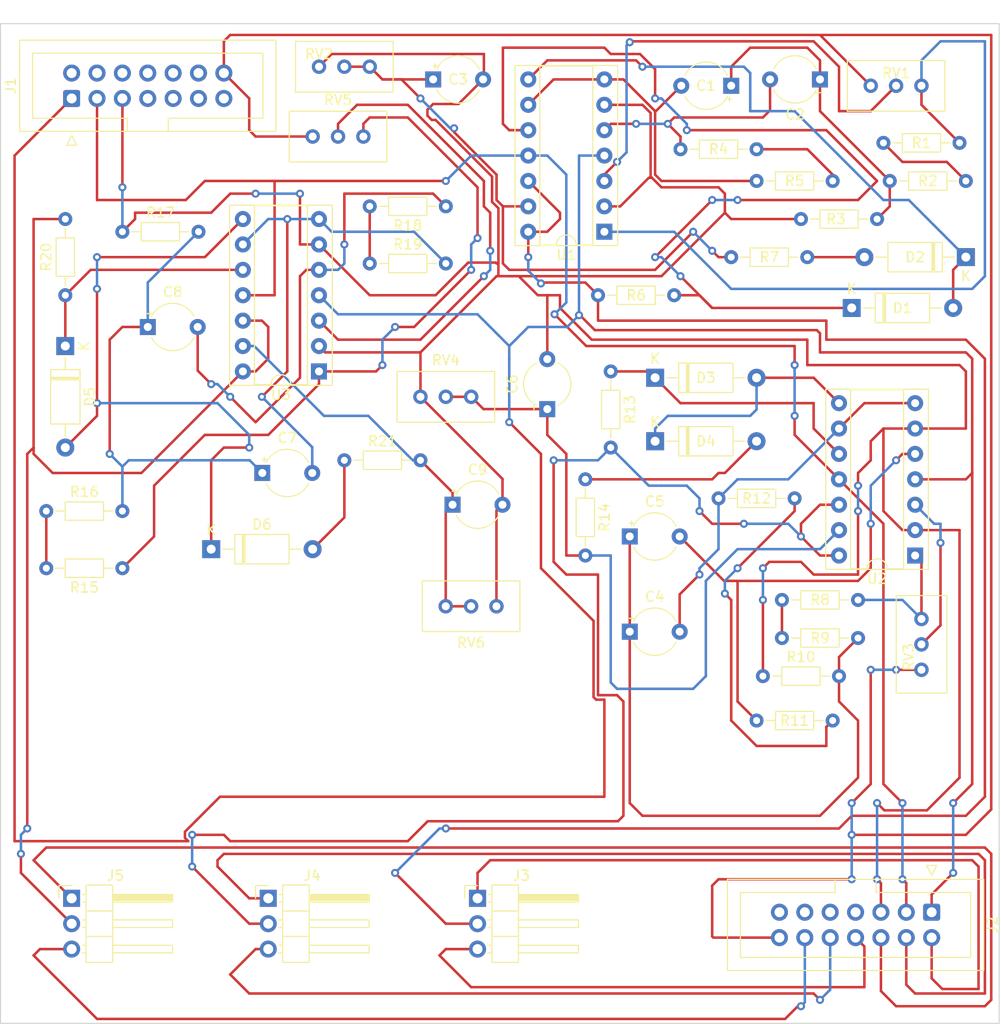
<source format=kicad_pcb>
(kicad_pcb (version 20211014) (generator pcbnew)
  (layers (0 "F.Cu" signal) (31 "B.Cu" signal) (34 "B.Paste" user) (35 "F.Paste" user) (36 "B.SilkS" user "B.Silkscreen") (37 "F.SilkS" user "F.Silkscreen") (38 "B.Mask" user) (39 "F.Mask" user) (44 "Edge.Cuts" user))
  (net 0 "")
  (net 1 "Net-(C1-Pad1)")
  (net 2 "Net-(C1-Pad2)")
  (net 3 "Net-(C2-Pad2)")
  (net 4 "Net-(C3-Pad1)")
  (net 5 "Net-(C3-Pad2)")
  (net 6 "Net-(C4-Pad1)")
  (net 7 "Net-(C5-Pad2)")
  (net 8 "Net-(C6-Pad1)")
  (net 9 "Net-(C7-Pad2)")
  (net 10 "Net-(C8-Pad2)")
  (net 11 "Net-(C9-Pad1)")
  (net 12 "Net-(D1-Pad1)")
  (net 13 "Net-(D1-Pad2)")
  (net 14 "Net-(D2-Pad2)")
  (net 15 "Net-(D3-Pad1)")
  (net 16 "Net-(D3-Pad2)")
  (net 17 "Net-(D4-Pad2)")
  (net 18 "Net-(D5-Pad1)")
  (net 19 "Net-(D5-Pad2)")
  (net 20 "Net-(D6-Pad2)")
  (net 21 "Net-(J1-Pad1)")
  (net 23 "Net-(J1-Pad3)")
  (net 33 "Net-(J1-Pad14)")
  (net 34 "Net-(C4-Pad2)")
  (net 37 "Net-(C7-Pad1)")
  (net 38 "Net-(J3-Pad2)")
  (net 39 "Net-(J2-Pad2)")
  (net 40 "Net-(J2-Pad4)")
  (net 41 "Net-(J4-Pad2)")
  (net 42 "Net-(J2-Pad6)")
  (net 44 "Net-(J2-Pad8)")
  (net 46 "Net-(J5-Pad2)")
  (net 47 "Net-(RV1-Pad2)")
  (net 48 "Net-(RV5-Pad2)")
  (net 49 "Net-(RV3-Pad2)")
  (net 50 "Net-(J2-Pad10)")
  (net 51 "Net-(J2-Pad12)")
  (net 52 "Net-(R1-Pad1)")
  (net 53 "Net-(R1-Pad2)")
  (net 54 "Net-(R4-Pad2)")
  (net 55 "Net-(R8-Pad1)")
  (net 56 "Net-(R8-Pad2)")
  (net 57 "Net-(R11-Pad2)")
  (net 58 "Net-(R15-Pad1)")
  (net 59 "Net-(R15-Pad2)")
  (net 60 "Net-(R18-Pad2)")
  (footprint "Resistor_THT:R_Axial_DIN0204_L3.6mm_D1.6mm_P7.62mm_Horizontal" (layer "F.Cu") (at 219.71 69.85 180)
    (fp_text reference "R5")
    (fp_text value "R")
  )
  (footprint "Potentiometer_THT:Potentiometer_Bourns_3296W_Vertical" (layer "F.Cu") (at 180.965 112.395 180)
    (fp_text reference "RV6")
    (fp_text value "R_Potentiometer_Trim")
  )
  (footprint "Diode_THT:D_A-405_P10.16mm_Horizontal" (layer "F.Cu") (at 221.615 82.55)
    (fp_text reference "D1")
    (fp_text value "DIODE")
  )
  (footprint "Potentiometer_THT:Potentiometer_Bourns_3296W_Vertical" (layer "F.Cu") (at 172.72 65.405)
    (fp_text reference "RV5")
    (fp_text value "R_Potentiometer_Trim")
  )
  (footprint "Capacitor_THT:CP_Radial_Tantal_D4.5mm_P5.00mm" (layer "F.Cu") (at 199.39 114.935)
    (fp_text reference "C4")
    (fp_text value "C_Polarized")
  )
  (footprint "Capacitor_THT:CP_Radial_Tantal_D4.5mm_P5.00mm" (layer "F.Cu") (at 218.44 59.69 180)
    (fp_text reference "C2")
    (fp_text value "C_Polarized")
  )
  (footprint "Diode_THT:D_A-405_P10.16mm_Horizontal" (layer "F.Cu") (at 201.93 95.885)
    (fp_text reference "D4")
    (fp_text value "DIODE")
  )
  (footprint "Capacitor_THT:CP_Radial_Tantal_D4.5mm_P5.00mm" (layer "F.Cu") (at 151.13 84.455)
    (fp_text reference "C8")
    (fp_text value "C_Polarized")
  )
  (footprint "Capacitor_THT:CP_Radial_Tantal_D4.5mm_P5.00mm" (layer "F.Cu") (at 181.65 102.235)
    (fp_text reference "C9")
    (fp_text value "C_Polarized")
  )
  (footprint "Resistor_THT:R_Axial_DIN0204_L3.6mm_D1.6mm_P7.62mm_Horizontal" (layer "F.Cu") (at 204.47 66.675)
    (fp_text reference "R4")
    (fp_text value "R")
  )
  (footprint "Resistor_THT:R_Axial_DIN0204_L3.6mm_D1.6mm_P7.62mm_Horizontal" (layer "F.Cu") (at 215.9 101.6 180)
    (fp_text reference "R12")
    (fp_text value "R")
  )
  (footprint "Resistor_THT:R_Axial_DIN0204_L3.6mm_D1.6mm_P7.62mm_Horizontal" (layer "F.Cu") (at 173.355 78.105)
    (fp_text reference "R19")
    (fp_text value "R")
  )
  (footprint "Resistor_THT:R_Axial_DIN0204_L3.6mm_D1.6mm_P7.62mm_Horizontal" (layer "F.Cu") (at 142.875 81.28 90)
    (fp_text reference "R20")
    (fp_text value "R")
  )
  (footprint "Resistor_THT:R_Axial_DIN0204_L3.6mm_D1.6mm_P7.62mm_Horizontal" (layer "F.Cu") (at 216.535 73.66)
    (fp_text reference "R3")
    (fp_text value "R")
  )
  (footprint "Diode_THT:D_A-405_P10.16mm_Horizontal" (layer "F.Cu") (at 142.875 86.36 -90)
    (fp_text reference "D5")
    (fp_text value "DIODE")
  )
  (footprint "Resistor_THT:R_Axial_DIN0204_L3.6mm_D1.6mm_P7.62mm_Horizontal" (layer "F.Cu") (at 180.975 72.39 180)
    (fp_text reference "R18")
    (fp_text value "R")
  )
  (footprint "Capacitor_THT:CP_Radial_Tantal_D4.5mm_P5.00mm" (layer "F.Cu") (at 162.6 99.06)
    (fp_text reference "C7")
    (fp_text value "C_Polarized")
  )
  (footprint "Diode_THT:D_A-405_P10.16mm_Horizontal" (layer "F.Cu") (at 157.48 106.68)
    (fp_text reference "D6")
    (fp_text value "DIODE")
  )
  (footprint "Capacitor_THT:CP_Radial_Tantal_D4.5mm_P5.00mm" (layer "F.Cu") (at 209.55 60.325 180)
    (fp_text reference "C1")
    (fp_text value "C_Polarized")
  )
  (footprint "Resistor_THT:R_Axial_DIN0204_L3.6mm_D1.6mm_P7.62mm_Horizontal" (layer "F.Cu") (at 194.945 99.695 -90)
    (fp_text reference "R14")
    (fp_text value "R")
  )
  (footprint "Connector_IDC:IDC-Header_2x07_P2.54mm_Vertical" (layer "F.Cu") (at 229.62 142.9975 -90)
    (fp_text reference "J2")
    (fp_text value "Conn_02x07_Odd_Even")
  )
  (footprint "Resistor_THT:R_Axial_DIN0204_L3.6mm_D1.6mm_P7.62mm_Horizontal" (layer "F.Cu") (at 148.59 74.93)
    (fp_text reference "R17")
    (fp_text value "R")
  )
  (footprint "Resistor_THT:R_Axial_DIN0204_L3.6mm_D1.6mm_P7.62mm_Horizontal" (layer "F.Cu") (at 197.485 88.9 -90)
    (fp_text reference "R13")
    (fp_text value "R")
  )
  (footprint "Capacitor_THT:CP_Radial_Tantal_D4.5mm_P5.00mm" (layer "F.Cu") (at 191.135 92.67 90)
    (fp_text reference "C6")
    (fp_text value "C_Polarized")
  )
  (footprint "Resistor_THT:R_Axial_DIN0204_L3.6mm_D1.6mm_P7.62mm_Horizontal" (layer "F.Cu") (at 233.045 69.85 180)
    (fp_text reference "R2")
    (fp_text value "R")
  )
  (footprint "Resistor_THT:R_Axial_DIN0204_L3.6mm_D1.6mm_P7.62mm_Horizontal" (layer "F.Cu") (at 217.17 77.47 180)
    (fp_text reference "R7")
    (fp_text value "R")
  )
  (footprint "Capacitor_THT:CP_Radial_Tantal_D4.5mm_P5.00mm" (layer "F.Cu") (at 179.705 59.69)
    (fp_text reference "C3")
    (fp_text value "C_Polarized")
  )
  (footprint "Resistor_THT:R_Axial_DIN0204_L3.6mm_D1.6mm_P7.62mm_Horizontal" (layer "F.Cu") (at 222.25 111.76 180)
    (fp_text reference "R8")
    (fp_text value "R")
  )
  (footprint "Connector_PinHeader_2.54mm:PinHeader_1x03_P2.54mm_Horizontal" (layer "F.Cu") (at 184.15 141.605)
    (fp_text reference "J3")
    (fp_text value "Conn_01x03_Male")
  )
  (footprint "Connector_IDC:IDC-Header_2x07_P2.54mm_Vertical" (layer "F.Cu") (at 143.51 61.595 90)
    (fp_text reference "J1")
    (fp_text value "Conn_02x07_Odd_Even")
  )
  (footprint "Resistor_THT:R_Axial_DIN0204_L3.6mm_D1.6mm_P7.62mm_Horizontal" (layer "F.Cu") (at 170.815 97.79)
    (fp_text reference "R21")
    (fp_text value "R")
  )
  (footprint "Potentiometer_THT:Potentiometer_Bourns_3296W_Vertical" (layer "F.Cu") (at 228.6 60.325)
    (fp_text reference "RV1")
    (fp_text value "R_Potentiometer_Trim")
  )
  (footprint "Resistor_THT:R_Axial_DIN0204_L3.6mm_D1.6mm_P7.62mm_Horizontal" (layer "F.Cu") (at 148.59 108.585 180)
    (fp_text reference "R15")
    (fp_text value "R")
  )
  (footprint "Diode_THT:D_A-405_P10.16mm_Horizontal" (layer "F.Cu") (at 201.93 89.535)
    (fp_text reference "D3")
    (fp_text value "DIODE")
  )
  (footprint "Package_DIP:DIP-14_W7.62mm_Socket" (layer "F.Cu") (at 168.275 88.9 180)
    (fp_text reference "U3")
    (fp_text value "TL074")
  )
  (footprint "Resistor_THT:R_Axial_DIN0204_L3.6mm_D1.6mm_P7.62mm_Horizontal" (layer "F.Cu") (at 203.835 81.28 180)
    (fp_text reference "R6")
    (fp_text value "R")
  )
  (footprint "Capacitor_THT:CP_Radial_Tantal_D4.5mm_P5.00mm" (layer "F.Cu") (at 199.39 105.41)
    (fp_text reference "C5")
    (fp_text value "C_Polarized")
  )
  (footprint "Package_DIP:DIP-14_W7.62mm_Socket" (layer "F.Cu") (at 196.85 74.93 180)
    (fp_text reference "U1")
    (fp_text value "TL074")
  )
  (footprint "Potentiometer_THT:Potentiometer_Bourns_3296W_Vertical" (layer "F.Cu") (at 228.6 113.665 90)
    (fp_text reference "RV3")
    (fp_text value "R_Potentiometer_Trim")
  )
  (footprint "Package_DIP:DIP-14_W7.62mm_Socket" (layer "F.Cu") (at 227.965 107.315 180)
    (fp_text reference "U2")
    (fp_text value "TL074")
  )
  (footprint "Resistor_THT:R_Axial_DIN0204_L3.6mm_D1.6mm_P7.62mm_Horizontal" (layer "F.Cu") (at 140.97 102.87)
    (fp_text reference "R16")
    (fp_text value "R")
  )
  (footprint "Potentiometer_THT:Potentiometer_Bourns_3296W_Vertical" (layer "F.Cu") (at 173.355 58.42)
    (fp_text reference "RV2")
    (fp_text value "R_Potentiometer_Trim")
  )
  (footprint "Resistor_THT:R_Axial_DIN0204_L3.6mm_D1.6mm_P7.62mm_Horizontal" (layer "F.Cu") (at 232.41 66.04 180)
    (fp_text reference "R1")
    (fp_text value "R")
  )
  (footprint "Potentiometer_THT:Potentiometer_Bourns_3296W_Vertical" (layer "F.Cu") (at 183.515 91.44)
    (fp_text reference "RV4")
    (fp_text value "R_Potentiometer_Trim")
  )
  (footprint "Resistor_THT:R_Axial_DIN0204_L3.6mm_D1.6mm_P7.62mm_Horizontal" (layer "F.Cu") (at 214.63 115.57)
    (fp_text reference "R9")
    (fp_text value "R")
  )
  (footprint "Resistor_THT:R_Axial_DIN0204_L3.6mm_D1.6mm_P7.62mm_Horizontal" (layer "F.Cu") (at 212.09 123.825)
    (fp_text reference "R11")
    (fp_text value "R")
  )
  (footprint "Connector_PinHeader_2.54mm:PinHeader_1x03_P2.54mm_Horizontal" (layer "F.Cu") (at 163.195 141.605)
    (fp_text reference "J4")
    (fp_text value "Conn_01x03_Male")
  )
  (footprint "Diode_THT:D_A-405_P10.16mm_Horizontal" (layer "F.Cu") (at 233.045 77.47 180)
    (fp_text reference "D2")
    (fp_text value "DIODE")
  )
  (footprint "Resistor_THT:R_Axial_DIN0204_L3.6mm_D1.6mm_P7.62mm_Horizontal" (layer "F.Cu") (at 212.725 119.38)
    (fp_text reference "R10")
    (fp_text value "R")
  )
  (footprint "Connector_PinHeader_2.54mm:PinHeader_1x03_P2.54mm_Horizontal" (layer "F.Cu") (at 143.51 141.605)
    (fp_text reference "J5")
    (fp_text value "Conn_01x03_Male")
  )
  (gr_rect (start 236.385 54.115) (end 136.385 154.115) (layer "Edge.Cuts") (width 0.1) (fill none))
  (segment (start 209.55 58.42) (end 211.455 56.515) (width 0.25) (layer "F.Cu") (net 1))
  (segment (start 218.44 62.865) (end 218.44 59.69) (width 0.25) (layer "F.Cu") (net 1))
  (segment (start 225.425 69.85) (end 218.44 62.865) (width 0.25) (layer "F.Cu") (net 1))
  (segment (start 209.55 60.325) (end 209.55 58.42) (width 0.25) (layer "F.Cu") (net 1))
  (segment (start 218.44 57.785) (end 218.44 59.69) (width 0.25) (layer "F.Cu") (net 1))
  (segment (start 225.425 72.39) (end 224.155 73.66) (width 0.25) (layer "F.Cu") (net 1))
  (segment (start 225.425 69.85) (end 225.425 72.39) (width 0.25) (layer "F.Cu") (net 1))
  (segment (start 211.455 56.515) (end 217.17 56.515) (width 0.25) (layer "F.Cu") (net 1))
  (segment (start 217.17 56.515) (end 218.44 57.785) (width 0.25) (layer "F.Cu") (net 1))
  (segment (start 201.93 62.865) (end 201.93 62.863604) (width 0.25) (layer "F.Cu") (net 2))
  (segment (start 198.756396 59.69) (end 196.85 59.69) (width 0.25) (layer "F.Cu") (net 2))
  (segment (start 204.55 60.325) (end 201.93 62.945) (width 0.25) (layer "F.Cu") (net 2))
  (segment (start 196.85 59.69) (end 191.77 59.69) (width 0.25) (layer "F.Cu") (net 2))
  (segment (start 201.93 62.945) (end 201.93 69.215) (width 0.25) (layer "F.Cu") (net 2))
  (segment (start 191.77 59.69) (end 189.23 62.23) (width 0.25) (layer "F.Cu") (net 2))
  (segment (start 201.93 69.215) (end 202.565 69.85) (width 0.25) (layer "F.Cu") (net 2))
  (segment (start 201.93 62.863604) (end 198.756396 59.69) (width 0.25) (layer "F.Cu") (net 2))
  (segment (start 202.565 69.85) (end 212.09 69.85) (width 0.25) (layer "F.Cu") (net 2))
  (segment (start 200.025 64.135) (end 197.485 64.135) (width 0.25) (layer "F.Cu") (net 3))
  (segment (start 203.2 64.135) (end 204.47 65.405) (width 0.25) (layer "F.Cu") (net 3))
  (segment (start 197.485 64.135) (end 196.85 64.77) (width 0.25) (layer "F.Cu") (net 3))
  (segment (start 203.835 63.5) (end 212.725 63.5) (width 0.25) (layer "F.Cu") (net 3))
  (segment (start 204.47 65.405) (end 204.47 66.675) (width 0.25) (layer "F.Cu") (net 3))
  (segment (start 203.2 64.135) (end 203.835 63.5) (width 0.25) (layer "F.Cu") (net 3))
  (segment (start 213.44 62.785) (end 213.44 59.69) (width 0.25) (layer "F.Cu") (net 3))
  (segment (start 212.725 63.5) (end 213.44 62.785) (width 0.25) (layer "F.Cu") (net 3))
  (via (at 200.025 64.135) (size 0.8) (drill 0.4) (layers "F.Cu" "B.Cu") (net 3))
  (via (at 203.2 64.135) (size 0.8) (drill 0.4) (layers "F.Cu" "B.Cu") (net 3))
  (segment (start 203.2 64.135) (end 200.025 64.135) (width 0.25) (layer "B.Cu") (net 3))
  (segment (start 170.815 58.42) (end 173.355 58.42) (width 0.25) (layer "F.Cu") (net 4))
  (segment (start 182.88 66.04) (end 182.88 66.05) (width 0.25) (layer "F.Cu") (net 4))
  (segment (start 208.28 77.47) (end 209.55 77.47) (width 0.25) (layer "F.Cu") (net 4))
  (segment (start 187.325 78.74) (end 201.93 78.74) (width 0.25) (layer "F.Cu") (net 4))
  (segment (start 186.055 69.225) (end 186.055 71.755) (width 0.25) (layer "F.Cu") (net 4))
  (segment (start 186.055 71.755) (end 186.69 72.39) (width 0.25) (layer "F.Cu") (net 4))
  (segment (start 186.69 72.39) (end 189.23 72.39) (width 0.25) (layer "F.Cu") (net 4))
  (segment (start 179.705 59.69) (end 174.625 59.69) (width 0.25) (layer "F.Cu") (net 4))
  (segment (start 181.804102 64.575898) (end 181.804102 64.964102) (width 0.25) (layer "F.Cu") (net 4))
  (segment (start 186.69 78.105) (end 187.325 78.74) (width 0.25) (layer "F.Cu") (net 4))
  (segment (start 207.645 76.835) (end 208.28 77.47) (width 0.25) (layer "F.Cu") (net 4))
  (segment (start 174.625 59.69) (end 173.355 58.42) (width 0.25) (layer "F.Cu") (net 4))
  (segment (start 174.625 59.69) (end 176.53 59.69) (width 0.25) (layer "F.Cu") (net 4))
  (segment (start 201.93 78.74) (end 205.74 74.93) (width 0.25) (layer "F.Cu") (net 4))
  (segment (start 176.53 59.69) (end 178.435 61.595) (width 0.25) (layer "F.Cu") (net 4))
  (segment (start 182.88 66.05) (end 186.055 69.225) (width 0.25) (layer "F.Cu") (net 4))
  (segment (start 181.804102 64.964102) (end 182.88 66.04) (width 0.25) (layer "F.Cu") (net 4))
  (segment (start 186.69 72.39) (end 186.69 78.105) (width 0.25) (layer "F.Cu") (net 4))
  (via (at 207.645 76.835) (size 0.8) (drill 0.4) (layers "F.Cu" "B.Cu") (net 4))
  (via (at 178.435 61.595) (size 0.8) (drill 0.4) (layers "F.Cu" "B.Cu") (net 4))
  (via (at 205.74 74.93) (size 0.8) (drill 0.4) (layers "F.Cu" "B.Cu") (net 4))
  (via (at 181.804102 64.575898) (size 0.8) (drill 0.4) (layers "F.Cu" "B.Cu") (net 4))
  (segment (start 181.804102 64.575898) (end 181.415898 64.575898) (width 0.25) (layer "B.Cu") (net 4))
  (segment (start 205.74 74.93) (end 207.645 76.835) (width 0.25) (layer "B.Cu") (net 4))
  (segment (start 181.415898 64.575898) (end 178.435 61.595) (width 0.25) (layer "B.Cu") (net 4))
  (segment (start 149.86 73.66) (end 148.59 74.93) (width 0.25) (layer "F.Cu") (net 5))
  (segment (start 201.611802 69.533198) (end 202.563604 70.485) (width 0.25) (layer "F.Cu") (net 5))
  (segment (start 222.25 99.06) (end 223.52 97.79) (width 0.25) (layer "F.Cu") (net 5))
  (segment (start 169.545 57.15) (end 184.785 57.15) (width 0.25) (layer "F.Cu") (net 5))
  (segment (start 168.275 76.2) (end 173.355 81.28) (width 0.25) (layer "F.Cu") (net 5))
  (segment (start 212.725 119.38) (end 212.725 111.76) (width 0.25) (layer "F.Cu") (net 5))
  (segment (start 185.965 78.015) (end 186.055 78.105) (width 0.25) (layer "F.Cu") (net 5))
  (segment (start 208.915 71.12) (end 208.915 73.025) (width 0.25) (layer "F.Cu") (net 5))
  (segment (start 186.426396 79.375) (end 187.325 79.375) (width 0.25) (layer "F.Cu") (net 5))
  (segment (start 192.405 81.28) (end 192.405 82.55) (width 0.25) (layer "F.Cu") (net 5))
  (segment (start 222.248604 109.22) (end 222.25 109.218604) (width 0.25) (layer "F.Cu") (net 5))
  (segment (start 217.17 85.725) (end 195.58 85.725) (width 0.25) (layer "F.Cu") (net 5))
  (segment (start 187.325 79.375) (end 202.565 79.375) (width 0.25) (layer "F.Cu") (net 5))
  (segment (start 227.965 94.615) (end 224.79 94.615) (width 0.25) (layer "F.Cu") (net 5))
  (segment (start 182.245 62.15) (end 179.704293 62.15) (width 0.25) (layer "F.Cu") (net 5))
  (segment (start 148.59 61.595) (end 148.59 69.85) (width 0.25) (layer "F.Cu") (net 5))
  (segment (start 186.65 102.235) (end 186.65 99.655) (width 0.25) (layer "F.Cu") (net 5))
  (segment (start 179.134799 63.320104) (end 179.559494 63.744799) (width 0.25) (layer "F.Cu") (net 5))
  (segment (start 224.54 142.9975) (end 224.54 140.085) (width 0.25) (layer "F.Cu") (net 5))
  (segment (start 223.52 95.885) (end 224.79 94.615) (width 0.25) (layer "F.Cu") (net 5))
  (segment (start 216.535 107.95) (end 217.805 109.22) (width 0.25) (layer "F.Cu") (net 5))
  (segment (start 196.85 72.39) (end 198.4375 72.39) (width 0.25) (layer "F.Cu") (net 5))
  (segment (start 198.4375 72.39) (end 201.294302 69.533198) (width 0.25) (layer "F.Cu") (net 5))
  (segment (start 178.435 86.995) (end 186.055 79.375) (width 0.25) (layer "F.Cu") (net 5))
  (segment (start 201.48 69.401396) (end 201.611802 69.533198) (width 0.25) (layer "F.Cu") (net 5))
  (segment (start 168.275 86.36) (end 168.91 86.995) (width 0.25) (layer "F.Cu") (net 5))
  (segment (start 233.045 94.615) (end 227.965 94.615) (width 0.25) (layer "F.Cu") (net 5))
  (segment (start 168.275 76.2) (end 166.37 76.2) (width 0.25) (layer "F.Cu") (net 5))
  (segment (start 166.37 76.2) (end 166.37 71.12) (width 0.25) (layer "F.Cu") (net 5))
  (segment (start 179.949695 81.28) (end 183.214695 78.015) (width 0.25) (layer "F.Cu") (net 5))
  (segment (start 216.535 73.66) (end 209.55 73.66) (width 0.25) (layer "F.Cu") (net 5))
  (segment (start 224.54 140.085) (end 224.155 139.7) (width 0.25) (layer "F.Cu") (net 5))
  (segment (start 179.134799 62.719494) (end 179.134799 63.320104) (width 0.25) (layer "F.Cu") (net 5))
  (segment (start 185.605 71.941396) (end 186.24 72.576396) (width 0.25) (layer "F.Cu") (net 5))
  (segment (start 185.605 69.411396) (end 185.605 71.941396) (width 0.25) (layer "F.Cu") (net 5))
  (segment (start 173.355 81.28) (end 179.949695 81.28) (width 0.25) (layer "F.Cu") (net 5))
  (segment (start 209.55 73.66) (end 208.915 73.025) (width 0.25) (layer "F.Cu") (net 5))
  (segment (start 161.925 71.12) (end 159.385 71.12) (width 0.25) (layer "F.Cu") (net 5))
  (segment (start 182.43 66.236396) (end 185.605 69.411396) (width 0.25) (layer "F.Cu") (net 5))
  (segment (start 168.91 86.995) (end 178.435 86.995) (width 0.25) (layer "F.Cu") (net 5))
  (segment (start 186.65 99.655) (end 178.435 91.44) (width 0.25) (layer "F.Cu") (net 5))
  (segment (start 191.135 87.67) (end 191.135 81.28) (width 0.25) (layer "F.Cu") (net 5))
  (segment (start 184.705 59.69) (end 182.245 62.15) (width 0.25) (layer "F.Cu") (net 5))
  (segment (start 196.85 62.23) (end 196.855 62.235) (width 0.25) (layer "F.Cu") (net 5))
  (segment (start 201.48 63.05) (end 201.48 69.401396) (width 0.25) (layer "F.Cu") (net 5))
  (segment (start 226.695 104.775) (end 227.965 104.775) (width 0.25) (layer "F.Cu") (net 5))
  (segment (start 222.25 109.218604) (end 222.25 102.87) (width 0.25) (layer "F.Cu") (net 5))
  (segment (start 233.045 88.9) (end 233.045 94.615) (width 0.25) (layer "F.Cu") (net 5))
  (segment (start 229.145 132.805) (end 232.41 129.54) (width 0.25) (layer "F.Cu") (net 5))
  (segment (start 179.704293 62.15) (end 179.134799 62.719494) (width 0.25) (layer "F.Cu") (net 5))
  (segment (start 182.43 66.226396) (end 182.43 66.236396) (width 0.25) (layer "F.Cu") (net 5))
  (segment (start 232.41 129.54) (end 232.41 104.775) (width 0.25) (layer "F.Cu") (net 5))
  (segment (start 200.655 62.235) (end 200.66 62.23) (width 0.25) (layer "F.Cu") (net 5))
  (segment (start 178.435 91.44) (end 178.435 86.995) (width 0.25) (layer "F.Cu") (net 5))
  (segment (start 148.59 69.85) (end 148.59 70.485) (width 0.25) (layer "F.Cu") (net 5))
  (segment (start 202.563604 70.485) (end 208.28 70.485) (width 0.25) (layer "F.Cu") (net 5))
  (segment (start 183.214695 78.015) (end 185.965 78.015) (width 0.25) (layer "F.Cu") (net 5))
  (segment (start 222.25 100.33) (end 222.25 99.06) (width 0.25) (layer "F.Cu") (net 5))
  (segment (start 223.52 97.79) (end 223.52 95.885) (width 0.25) (layer "F.Cu") (net 5))
  (segment (start 184.785 57.15) (end 184.785 59.61) (width 0.25) (layer "F.Cu") (net 5))
  (segment (start 186.055 79.375) (end 186.69 79.375) (width 0.25) (layer "F.Cu") (net 5))
  (segment (start 190.1825 81.28) (end 192.405 81.28) (width 0.25) (layer "F.Cu") (net 5))
  (segment (start 196.855 62.235) (end 200.655 62.235) (width 0.25) (layer "F.Cu") (net 5))
  (segment (start 192.405 82.55) (end 195.58 85.725) (width 0.25) (layer "F.Cu") (net 5))
  (segment (start 232.41 104.775) (end 227.965 104.775) (width 0.25) (layer "F.Cu") (net 5))
  (segment (start 200.66 62.23) (end 201.48 63.05) (width 0.25) (layer "F.Cu") (net 5))
  (segment (start 159.385 71.12) (end 157.48 73.025) (width 0.25) (layer "F.Cu") (net 5))
  (segment (start 224.155 132.08) (end 224.88 132.805) (width 0.25) (layer "F.Cu") (net 5))
  (segment (start 186.045 102.84) (end 186.65 102.235) (width 0.25) (layer "F.Cu") (net 5))
  (segment (start 186.24 72.576396) (end 186.24 79.375) (width 0.25) (layer "F.Cu") (net 5))
  (segment (start 213.36 107.95) (end 216.535 107.95) (width 0.25) (layer "F.Cu") (net 5))
  (segment (start 201.294302 69.533198) (end 201.611802 69.533198) (width 0.25) (layer "F.Cu") (net 5))
  (segment (start 212.725 108.585) (end 213.36 107.95) (width 0.25) (layer "F.Cu") (net 5))
  (segment (start 202.565 79.375) (end 208.915 73.025) (width 0.25) (layer "F.Cu") (net 5))
  (segment (start 217.17 88.265) (end 232.41 88.265) (width 0.25) (layer "F.Cu") (net 5))
  (segment (start 217.17 88.265) (end 217.17 85.725) (width 0.25) (layer "F.Cu") (net 5))
  (segment (start 188.2775 79.375) (end 190.1825 81.28) (width 0.25) (layer "F.Cu") (net 5))
  (segment (start 187.325 79.375) (end 188.2775 79.375) (width 0.25) (layer "F.Cu") (net 5))
  (segment (start 208.28 70.485) (end 208.915 71.12) (width 0.25) (layer "F.Cu") (net 5))
  (segment (start 168.275 58.42) (end 169.545 57.15) (width 0.25) (layer "F.Cu") (net 5))
  (segment (start 224.79 102.87) (end 226.695 104.775) (width 0.25) (layer "F.Cu") (net 5))
  (segment (start 232.41 88.265) (end 233.045 88.9) (width 0.25) (layer "F.Cu") (net 5))
  (segment (start 224.88 132.805) (end 229.145 132.805) (width 0.25) (layer "F.Cu") (net 5))
  (segment (start 149.86 73.025) (end 149.86 73.66) (width 0.25) (layer "F.Cu") (net 5))
  (segment (start 184.785 59.61) (end 184.705 59.69) (width 0.25) (layer "F.Cu") (net 5))
  (segment (start 179.559494 63.744799) (end 179.948403 63.744799) (width 0.25) (layer "F.Cu") (net 5))
  (segment (start 224.79 94.615) (end 224.79 102.87) (width 0.25) (layer "F.Cu") (net 5))
  (segment (start 217.805 109.22) (end 222.248604 109.22) (width 0.25) (layer "F.Cu") (net 5))
  (segment (start 157.48 73.025) (end 149.86 73.025) (width 0.25) (layer "F.Cu") (net 5))
  (segment (start 186.045 112.395) (end 186.045 102.84) (width 0.25) (layer "F.Cu") (net 5))
  (segment (start 179.948403 63.744799) (end 182.43 66.226396) (width 0.25) (layer "F.Cu") (net 5))
  (via (at 212.725 111.76) (size 0.8) (drill 0.4) (layers "F.Cu" "B.Cu") (net 5))
  (via (at 161.925 71.12) (size 0.8) (drill 0.4) (layers "F.Cu" "B.Cu") (net 5))
  (via (at 148.59 70.485) (size 0.8) (drill 0.4) (layers "F.Cu" "B.Cu") (net 5))
  (via (at 212.725 108.585) (size 0.8) (drill 0.4) (layers "F.Cu" "B.Cu") (net 5))
  (via (at 222.25 100.33) (size 0.8) (drill 0.4) (layers "F.Cu" "B.Cu") (net 5))
  (via (at 224.155 132.08) (size 0.8) (drill 0.4) (layers "F.Cu" "B.Cu") (net 5))
  (via (at 222.25 102.87) (size 0.8) (drill 0.4) (layers "F.Cu" "B.Cu") (net 5))
  (via (at 224.155 139.7) (size 0.8) (drill 0.4) (layers "F.Cu" "B.Cu") (net 5))
  (via (at 166.37 71.12) (size 0.8) (drill 0.4) (layers "F.Cu" "B.Cu") (net 5))
  (segment (start 148.59 70.485) (end 148.59 74.93) (width 0.25) (layer "B.Cu") (net 5))
  (segment (start 212.725 111.76) (end 212.725 108.585) (width 0.25) (layer "B.Cu") (net 5))
  (segment (start 166.37 71.12) (end 161.925 71.12) (width 0.25) (layer "B.Cu") (net 5))
  (segment (start 224.155 139.7) (end 224.155 132.08) (width 0.25) (layer "B.Cu") (net 5))
  (segment (start 222.25 102.87) (end 222.25 100.33) (width 0.25) (layer "B.Cu") (net 5))
  (segment (start 220.345 119.38) (end 220.345 117.475) (width 0.25) (layer "F.Cu") (net 6))
  (segment (start 200.66 133.35) (end 218.44 133.35) (width 0.25) (layer "F.Cu") (net 6))
  (segment (start 199.39 105.41) (end 199.39 114.935) (width 0.25) (layer "F.Cu") (net 6))
  (segment (start 218.44 133.35) (end 222.25 129.54) (width 0.25) (layer "F.Cu") (net 6))
  (segment (start 220.345 117.475) (end 222.25 115.57) (width 0.25) (layer "F.Cu") (net 6))
  (segment (start 222.25 123.825) (end 220.345 121.92) (width 0.25) (layer "F.Cu") (net 6))
  (segment (start 199.39 132.08) (end 200.66 133.35) (width 0.25) (layer "F.Cu") (net 6))
  (segment (start 222.25 129.54) (end 222.25 123.825) (width 0.25) (layer "F.Cu") (net 6))
  (segment (start 199.39 114.935) (end 199.39 132.08) (width 0.25) (layer "F.Cu") (net 6))
  (segment (start 220.345 121.92) (end 220.345 119.38) (width 0.25) (layer "F.Cu") (net 6))
  (segment (start 223.52 108.585) (end 222.25 109.855) (width 0.25) (layer "F.Cu") (net 7))
  (segment (start 226.695 97.155) (end 226.06 97.79) (width 0.25) (layer "F.Cu") (net 7))
  (segment (start 210.185 121.92) (end 210.185 109.855) (width 0.25) (layer "F.Cu") (net 7))
  (segment (start 212.09 123.825) (end 210.185 121.92) (width 0.25) (layer "F.Cu") (net 7))
  (segment (start 223.52 104.14) (end 223.52 108.585) (width 0.25) (layer "F.Cu") (net 7))
  (segment (start 210.185 109.855) (end 208.915 109.855) (width 0.25) (layer "F.Cu") (net 7))
  (segment (start 208.835 109.855) (end 204.39 105.41) (width 0.25) (layer "F.Cu") (net 7))
  (segment (start 222.25 109.855) (end 208.835 109.855) (width 0.25) (layer "F.Cu") (net 7))
  (segment (start 227.965 97.155) (end 226.695 97.155) (width 0.25) (layer "F.Cu") (net 7))
  (via (at 223.52 104.14) (size 0.8) (drill 0.4) (layers "F.Cu" "B.Cu") (net 7))
  (via (at 226.06 97.79) (size 0.8) (drill 0.4) (layers "F.Cu" "B.Cu") (net 7))
  (segment (start 223.52 100.33) (end 226.06 97.79) (width 0.25) (layer "B.Cu") (net 7))
  (segment (start 223.52 104.14) (end 223.52 100.33) (width 0.25) (layer "B.Cu") (net 7))
  (segment (start 191.135 95.25) (end 193.04 97.155) (width 0.25) (layer "F.Cu") (net 8))
  (segment (start 193.04 97.155) (end 193.04 107.315) (width 0.25) (layer "F.Cu") (net 8))
  (segment (start 191.135 92.67) (end 184.745 92.67) (width 0.25) (layer "F.Cu") (net 8))
  (segment (start 184.745 92.67) (end 183.515 91.44) (width 0.25) (layer "F.Cu") (net 8))
  (segment (start 183.515 91.44) (end 180.975 91.44) (width 0.25) (layer "F.Cu") (net 8))
  (segment (start 191.135 92.67) (end 191.135 95.25) (width 0.25) (layer "F.Cu") (net 8))
  (segment (start 193.04 107.315) (end 194.945 107.315) (width 0.25) (layer "F.Cu") (net 8))
  (segment (start 218.44 106.68) (end 210.185 106.68) (width 0.25) (layer "B.Cu") (net 8))
  (segment (start 205.74 120.65) (end 198.12 120.65) (width 0.25) (layer "B.Cu") (net 8))
  (segment (start 220.345 104.775) (end 218.44 106.68) (width 0.25) (layer "B.Cu") (net 8))
  (segment (start 197.485 107.315) (end 194.945 107.315) (width 0.25) (layer "B.Cu") (net 8))
  (segment (start 207.01 109.855) (end 207.01 119.38) (width 0.25) (layer "B.Cu") (net 8))
  (segment (start 207.01 119.38) (end 205.74 120.65) (width 0.25) (layer "B.Cu") (net 8))
  (segment (start 198.12 120.65) (end 197.485 120.015) (width 0.25) (layer "B.Cu") (net 8))
  (segment (start 210.185 106.68) (end 207.01 109.855) (width 0.25) (layer "B.Cu") (net 8))
  (segment (start 197.485 120.015) (end 197.485 107.315) (width 0.25) (layer "B.Cu") (net 8))
  (segment (start 165.1 88.9) (end 162.56 91.44) (width 0.25) (layer "F.Cu") (net 9))
  (segment (start 165.1 73.66) (end 165.1 88.9) (width 0.25) (layer "F.Cu") (net 9))
  (via (at 162.56 91.44) (size 0.8) (drill 0.4) (layers "F.Cu" "B.Cu") (net 9))
  (via (at 165.1 73.66) (size 0.8) (drill 0.4) (layers "F.Cu" "B.Cu") (net 9))
  (segment (start 168.275 73.66) (end 165.1 73.66) (width 0.25) (layer "B.Cu") (net 9))
  (segment (start 169.545 74.93) (end 168.275 73.66) (width 0.25) (layer "B.Cu") (net 9))
  (segment (start 180.975 78.105) (end 177.8 74.93) (width 0.25) (layer "B.Cu") (net 9))
  (segment (start 162.56 91.44) (end 167.6 96.48) (width 0.25) (layer "B.Cu") (net 9))
  (segment (start 163.195 73.66) (end 160.655 76.2) (width 0.25) (layer "B.Cu") (net 9))
  (segment (start 165.1 73.66) (end 163.195 73.66) (width 0.25) (layer "B.Cu") (net 9))
  (segment (start 177.8 74.93) (end 169.545 74.93) (width 0.25) (layer "B.Cu") (net 9))
  (segment (start 167.6 96.48) (end 167.6 99.06) (width 0.25) (layer "B.Cu") (net 9))
  (segment (start 156.13 88.82) (end 156.13 84.455) (width 0.25) (layer "F.Cu") (net 10))
  (segment (start 166.37 79.375) (end 166.37 89.535) (width 0.25) (layer "F.Cu") (net 10))
  (segment (start 161.925 93.98) (end 159.385 91.44) (width 0.25) (layer "F.Cu") (net 10))
  (segment (start 168.275 78.74) (end 167.005 78.74) (width 0.25) (layer "F.Cu") (net 10))
  (segment (start 179.705 71.12) (end 170.815 71.12) (width 0.25) (layer "F.Cu") (net 10))
  (segment (start 157.48 90.17) (end 156.13 88.82) (width 0.25) (layer "F.Cu") (net 10))
  (segment (start 166.37 89.535) (end 161.925 93.98) (width 0.25) (layer "F.Cu") (net 10))
  (segment (start 170.815 71.12) (end 170.815 76.2) (width 0.25) (layer "F.Cu") (net 10))
  (segment (start 167.005 78.74) (end 166.37 79.375) (width 0.25) (layer "F.Cu") (net 10))
  (segment (start 180.975 72.39) (end 179.705 71.12) (width 0.25) (layer "F.Cu") (net 10))
  (via (at 157.48 90.17) (size 0.8) (drill 0.4) (layers "F.Cu" "B.Cu") (net 10))
  (via (at 170.815 76.2) (size 0.8) (drill 0.4) (layers "F.Cu" "B.Cu") (net 10))
  (via (at 159.385 91.44) (size 0.8) (drill 0.4) (layers "F.Cu" "B.Cu") (net 10))
  (segment (start 159.385 91.44) (end 158.115 90.17) (width 0.25) (layer "B.Cu") (net 10))
  (segment (start 170.18 78.74) (end 168.275 78.74) (width 0.25) (layer "B.Cu") (net 10))
  (segment (start 158.115 90.17) (end 157.48 90.17) (width 0.25) (layer "B.Cu") (net 10))
  (segment (start 170.815 76.2) (end 170.815 78.105) (width 0.25) (layer "B.Cu") (net 10))
  (segment (start 170.815 78.105) (end 170.18 78.74) (width 0.25) (layer "B.Cu") (net 10))
  (segment (start 181.65 102.235) (end 181.65 101.005) (width 0.25) (layer "F.Cu") (net 11))
  (segment (start 180.965 102.92) (end 181.65 102.235) (width 0.25) (layer "F.Cu") (net 11))
  (segment (start 180.965 112.395) (end 180.965 102.92) (width 0.25) (layer "F.Cu") (net 11))
  (segment (start 181.65 101.005) (end 178.435 97.79) (width 0.25) (layer "F.Cu") (net 11))
  (segment (start 180.965 112.395) (end 183.505 112.395) (width 0.25) (layer "F.Cu") (net 11))
  (segment (start 177.66137 97.79) (end 178.435 97.79) (width 0.25) (layer "B.Cu") (net 11))
  (segment (start 168.77137 93.345) (end 173.21637 93.345) (width 0.25) (layer "B.Cu") (net 11))
  (segment (start 160.655 86.36) (end 161.78637 86.36) (width 0.25) (layer "B.Cu") (net 11))
  (segment (start 173.21637 93.345) (end 177.66137 97.79) (width 0.25) (layer "B.Cu") (net 11))
  (segment (start 161.78637 86.36) (end 168.77137 93.345) (width 0.25) (layer "B.Cu") (net 11))
  (segment (start 197.485 57.15) (end 196.85 56.515) (width 0.25) (layer "F.Cu") (net 12))
  (segment (start 222.25 71.755) (end 210.185 71.755) (width 0.25) (layer "F.Cu") (net 12))
  (segment (start 224.155 69.85) (end 222.25 71.755) (width 0.25) (layer "F.Cu") (net 12))
  (segment (start 201.93 77.47) (end 207.645 71.755) (width 0.25) (layer "F.Cu") (net 12))
  (segment (start 186.69 56.515) (end 186.69 64.135) (width 0.25) (layer "F.Cu") (net 12))
  (segment (start 187.325 64.77) (end 189.23 64.77) (width 0.25) (layer "F.Cu") (net 12))
  (segment (start 201.93 61.595) (end 201.93 58.664695) (width 0.25) (layer "F.Cu") (net 12))
  (segment (start 219.075 64.77) (end 224.155 69.85) (width 0.25) (layer "F.Cu") (net 12))
  (segment (start 205.105 64.77) (end 219.075 64.77) (width 0.25) (layer "F.Cu") (net 12))
  (segment (start 207.645 82.55) (end 204.47 79.375) (width 0.25) (layer "F.Cu") (net 12))
  (segment (start 200.415305 57.15) (end 197.485 57.15) (width 0.25) (layer "F.Cu") (net 12))
  (segment (start 201.93 58.664695) (end 200.415305 57.15) (width 0.25) (layer "F.Cu") (net 12))
  (segment (start 221.615 82.55) (end 207.645 82.55) (width 0.25) (layer "F.Cu") (net 12))
  (segment (start 186.69 64.135) (end 187.325 64.77) (width 0.25) (layer "F.Cu") (net 12))
  (segment (start 207.645 82.55) (end 206.375 81.28) (width 0.25) (layer "F.Cu") (net 12))
  (segment (start 206.375 81.28) (end 203.835 81.28) (width 0.25) (layer "F.Cu") (net 12))
  (segment (start 196.85 56.515) (end 186.69 56.515) (width 0.25) (layer "F.Cu") (net 12))
  (via (at 210.185 71.755) (size 0.8) (drill 0.4) (layers "F.Cu" "B.Cu") (net 12))
  (via (at 207.645 71.755) (size 0.8) (drill 0.4) (layers "F.Cu" "B.Cu") (net 12))
  (via (at 201.93 61.595) (size 0.8) (drill 0.4) (layers "F.Cu" "B.Cu") (net 12))
  (via (at 201.93 77.47) (size 0.8) (drill 0.4) (layers "F.Cu" "B.Cu") (net 12))
  (via (at 204.47 79.375) (size 0.8) (drill 0.4) (layers "F.Cu" "B.Cu") (net 12))
  (via (at 205.105 64.77) (size 0.8) (drill 0.4) (layers "F.Cu" "B.Cu") (net 12))
  (segment (start 205.105 64.77) (end 205.105 64.135) (width 0.25) (layer "B.Cu") (net 12))
  (segment (start 207.645 71.755) (end 210.185 71.755) (width 0.25) (layer "B.Cu") (net 12))
  (segment (start 202.565 61.595) (end 201.93 61.595) (width 0.25) (layer "B.Cu") (net 12))
  (segment (start 204.47 79.375) (end 202.565 77.47) (width 0.25) (layer "B.Cu") (net 12))
  (segment (start 202.565 77.47) (end 201.93 77.47) (width 0.25) (layer "B.Cu") (net 12))
  (segment (start 205.105 64.135) (end 202.565 61.595) (width 0.25) (layer "B.Cu") (net 12))
  (segment (start 233.045 77.47) (end 231.775 78.74) (width 0.25) (layer "F.Cu") (net 13))
  (segment (start 200.025 57.785) (end 200.66 58.42) (width 0.25) (layer "F.Cu") (net 13))
  (segment (start 189.23 59.69) (end 191.135 57.785) (width 0.25) (layer "F.Cu") (net 13))
  (segment (start 231.775 78.74) (end 231.775 82.55) (width 0.25) (layer "F.Cu") (net 13))
  (segment (start 191.135 57.785) (end 200.025 57.785) (width 0.25) (layer "F.Cu") (net 13))
  (via (at 200.66 58.42) (size 0.8) (drill 0.4) (layers "F.Cu" "B.Cu") (net 13))
  (segment (start 211.455 62.865) (end 215.9 62.865) (width 0.25) (layer "B.Cu") (net 13))
  (segment (start 227.33 71.755) (end 233.045 77.47) (width 0.25) (layer "B.Cu") (net 13))
  (segment (start 211.455 59.055) (end 211.455 62.865) (width 0.25) (layer "B.Cu") (net 13))
  (segment (start 210.82 58.42) (end 211.455 59.055) (width 0.25) (layer "B.Cu") (net 13))
  (segment (start 215.9 62.865) (end 224.79 71.755) (width 0.25) (layer "B.Cu") (net 13))
  (segment (start 224.79 71.755) (end 227.33 71.755) (width 0.25) (layer "B.Cu") (net 13))
  (segment (start 200.66 58.42) (end 210.82 58.42) (width 0.25) (layer "B.Cu") (net 13))
  (segment (start 217.17 77.47) (end 222.885 77.47) (width 0.25) (layer "F.Cu") (net 14))
  (segment (start 217.805 92.075) (end 217.805 94.615) (width 0.25) (layer "F.Cu") (net 15))
  (segment (start 197.485 88.9) (end 201.295 88.9) (width 0.25) (layer "F.Cu") (net 15))
  (segment (start 201.93 89.535) (end 204.47 92.075) (width 0.25) (layer "F.Cu") (net 15))
  (segment (start 201.295 88.9) (end 201.93 89.535) (width 0.25) (layer "F.Cu") (net 15))
  (segment (start 217.805 94.615) (end 220.345 97.155) (width 0.25) (layer "F.Cu") (net 15))
  (segment (start 204.47 92.075) (end 217.805 92.075) (width 0.25) (layer "F.Cu") (net 15))
  (segment (start 212.09 89.535) (end 217.805 89.535) (width 0.25) (layer "F.Cu") (net 16))
  (segment (start 217.805 89.535) (end 220.345 92.075) (width 0.25) (layer "F.Cu") (net 16))
  (segment (start 203.2 93.345) (end 201.93 94.615) (width 0.25) (layer "B.Cu") (net 16))
  (segment (start 212.09 89.535) (end 212.09 92.71) (width 0.25) (layer "B.Cu") (net 16))
  (segment (start 211.455 93.345) (end 203.2 93.345) (width 0.25) (layer "B.Cu") (net 16))
  (segment (start 201.93 94.615) (end 201.93 95.885) (width 0.25) (layer "B.Cu") (net 16))
  (segment (start 212.09 92.71) (end 211.455 93.345) (width 0.25) (layer "B.Cu") (net 16))
  (segment (start 207.645 99.695) (end 208.28 99.06) (width 0.25) (layer "F.Cu") (net 17))
  (segment (start 208.28 99.06) (end 208.915 99.06) (width 0.25) (layer "F.Cu") (net 17))
  (segment (start 194.945 99.695) (end 207.645 99.695) (width 0.25) (layer "F.Cu") (net 17))
  (segment (start 208.915 99.06) (end 212.09 95.885) (width 0.25) (layer "F.Cu") (net 17))
  (segment (start 145.415 78.74) (end 160.655 78.74) (width 0.25) (layer "F.Cu") (net 18))
  (segment (start 142.875 81.28) (end 145.415 78.74) (width 0.25) (layer "F.Cu") (net 18))
  (segment (start 142.875 81.28) (end 142.875 86.36) (width 0.25) (layer "F.Cu") (net 18))
  (segment (start 142.875 96.52) (end 146.05 93.345) (width 0.25) (layer "F.Cu") (net 19))
  (segment (start 146.05 93.345) (end 146.05 80.645) (width 0.25) (layer "F.Cu") (net 19))
  (segment (start 157.48 106.68) (end 157.48 97.79) (width 0.25) (layer "F.Cu") (net 19))
  (segment (start 146.05 77.47) (end 156.845 77.47) (width 0.25) (layer "F.Cu") (net 19))
  (segment (start 158.75 96.52) (end 161.29 96.52) (width 0.25) (layer "F.Cu") (net 19))
  (segment (start 157.48 97.79) (end 158.75 96.52) (width 0.25) (layer "F.Cu") (net 19))
  (segment (start 156.845 77.47) (end 160.655 73.66) (width 0.25) (layer "F.Cu") (net 19))
  (via (at 161.29 96.52) (size 0.8) (drill 0.4) (layers "F.Cu" "B.Cu") (net 19))
  (via (at 146.05 92.075) (size 0.8) (drill 0.4) (layers "F.Cu" "B.Cu") (net 19))
  (via (at 146.05 77.47) (size 0.8) (drill 0.4) (layers "F.Cu" "B.Cu") (net 19))
  (via (at 146.05 80.645) (size 0.8) (drill 0.4) (layers "F.Cu" "B.Cu") (net 19))
  (segment (start 158.115 92.075) (end 146.05 92.075) (width 0.25) (layer "B.Cu") (net 19))
  (segment (start 161.29 96.52) (end 161.29 95.25) (width 0.25) (layer "B.Cu") (net 19))
  (segment (start 146.05 80.645) (end 146.05 77.47) (width 0.25) (layer "B.Cu") (net 19))
  (segment (start 161.29 95.25) (end 158.115 92.075) (width 0.25) (layer "B.Cu") (net 19))
  (segment (start 170.815 103.505) (end 170.815 97.79) (width 0.25) (layer "F.Cu") (net 20))
  (segment (start 167.64 106.68) (end 170.815 103.505) (width 0.25) (layer "F.Cu") (net 20))
  (segment (start 155.184695 135.89) (end 154.85 135.555305) (width 0.25) (layer "F.Cu") (net 21))
  (segment (start 195.765 121.471396) (end 195.765 113.85) (width 0.25) (layer "F.Cu") (net 21))
  (segment (start 233.68 99.06) (end 233.68 130.175) (width 0.25) (layer "F.Cu") (net 21))
  (segment (start 158.359695 131.445) (end 196.85 131.445) (width 0.25) (layer "F.Cu") (net 21))
  (segment (start 196.85 121.735) (end 196.028604 121.735) (width 0.25) (layer "F.Cu") (net 21))
  (segment (start 229.62 142.9975) (end 229.62 141.22) (width 0.25) (layer "F.Cu") (net 21))
  (segment (start 194.31 83.2745) (end 194.3995 83.2745) (width 0.25) (layer "F.Cu") (net 21))
  (segment (start 196.028604 121.735) (end 195.765 121.471396) (width 0.25) (layer "F.Cu") (net 21))
  (segment (start 233.68 87.63) (end 233.68 99.06) (width 0.25) (layer "F.Cu") (net 21))
  (segment (start 195.765 113.85) (end 190.5 108.585) (width 0.25) (layer "F.Cu") (net 21))
  (segment (start 190.5 108.585) (end 190.5 97.155) (width 0.25) (layer "F.Cu") (net 21))
  (segment (start 190.5 97.155) (end 187.325 93.98) (width 0.25) (layer "F.Cu") (net 21))
  (segment (start 218.44 86.995) (end 233.045 86.995) (width 0.25) (layer "F.Cu") (net 21))
  (segment (start 227.965 99.695) (end 233.045 99.695) (width 0.25) (layer "F.Cu") (net 21))
  (segment (start 137.795 67.31) (end 137.795 135.89) (width 0.25) (layer "F.Cu") (net 21))
  (segment (start 154.85 134.954695) (end 158.359695 131.445) (width 0.25) (layer "F.Cu") (net 21))
  (segment (start 154.85 135.555305) (end 154.85 134.954695) (width 0.25) (layer "F.Cu") (net 21))
  (segment (start 143.51 61.595) (end 137.795 67.31) (width 0.25) (layer "F.Cu") (net 21))
  (segment (start 229.62 141.22) (end 231.775 139.065) (width 0.25) (layer "F.Cu") (net 21))
  (segment (start 233.045 86.995) (end 233.68 87.63) (width 0.25) (layer "F.Cu") (net 21))
  (segment (start 194.3995 83.2745) (end 195.8975 84.7725) (width 0.25) (layer "F.Cu") (net 21))
  (segment (start 196.85 131.445) (end 196.85 121.735) (width 0.25) (layer "F.Cu") (net 21))
  (segment (start 218.1225 84.7725) (end 195.8975 84.7725) (width 0.25) (layer "F.Cu") (net 21))
  (segment (start 233.045 99.695) (end 233.68 99.06) (width 0.25) (layer "F.Cu") (net 21))
  (segment (start 218.44 85.09) (end 218.1225 84.7725) (width 0.25) (layer "F.Cu") (net 21))
  (segment (start 137.795 135.89) (end 155.184695 135.89) (width 0.25) (layer "F.Cu") (net 21))
  (segment (start 218.44 86.995) (end 218.44 85.09) (width 0.25) (layer "F.Cu") (net 21))
  (segment (start 233.68 130.175) (end 231.775 132.08) (width 0.25) (layer "F.Cu") (net 21))
  (via (at 231.775 132.08) (size 0.8) (drill 0.4) (layers "F.Cu" "B.Cu") (net 21))
  (via (at 187.325 93.98) (size 0.8) (drill 0.4) (layers "F.Cu" "B.Cu") (net 21))
  (via (at 194.31 83.2745) (size 0.8) (drill 0.4) (layers "F.Cu" "B.Cu") (net 21))
  (via (at 231.775 139.065) (size 0.8) (drill 0.4) (layers "F.Cu" "B.Cu") (net 21))
  (segment (start 184.15 83.185) (end 170.18 83.185) (width 0.25) (layer "B.Cu") (net 21))
  (segment (start 231.775 132.08) (end 231.775 139.065) (width 0.25) (layer "B.Cu") (net 21))
  (segment (start 187.325 93.98) (end 187.325 87.63) (width 0.25) (layer "B.Cu") (net 21))
  (segment (start 170.18 83.185) (end 168.275 81.28) (width 0.25) (layer "B.Cu") (net 21))
  (segment (start 194.31 67.31) (end 196.85 67.31) (width 0.25) (layer "B.Cu") (net 21))
  (segment (start 187.325 86.36) (end 189.23 84.455) (width 0.25) (layer "B.Cu") (net 21))
  (segment (start 187.325 86.36) (end 184.15 83.185) (width 0.25) (layer "B.Cu") (net 21))
  (segment (start 187.325 87.63) (end 187.325 86.36) (width 0.25) (layer "B.Cu") (net 21))
  (segment (start 194.31 83.2745) (end 194.31 67.31) (width 0.25) (layer "B.Cu") (net 21))
  (segment (start 193.1295 84.455) (end 194.31 83.2745) (width 0.25) (layer "B.Cu") (net 21))
  (segment (start 189.23 84.455) (end 193.1295 84.455) (width 0.25) (layer "B.Cu") (net 21))
  (segment (start 191.8595 83.185) (end 195.0345 86.36) (width 0.25) (layer "F.Cu") (net 23))
  (segment (start 146.05 71.755) (end 154.94 71.755) (width 0.25) (layer "F.Cu") (net 23))
  (segment (start 227.08 140.085) (end 226.695 139.7) (width 0.25) (layer "F.Cu") (net 23))
  (segment (start 195.0345 86.36) (end 215.9 86.36) (width 0.25) (layer "F.Cu") (net 23))
  (segment (start 146.05 61.595) (end 146.05 71.755) (width 0.25) (layer "F.Cu") (net 23))
  (segment (start 215.9 95.25) (end 215.9 93.345) (width 0.25) (layer "F.Cu") (net 23))
  (segment (start 163.83 81.28) (end 163.83 69.85) (width 0.25) (layer "F.Cu") (net 23))
  (segment (start 220.345 99.695) (end 215.9 95.25) (width 0.25) (layer "F.Cu") (net 23))
  (segment (start 215.9 86.36) (end 215.9 88.265) (width 0.25) (layer "F.Cu") (net 23))
  (segment (start 227.08 142.9975) (end 227.08 140.085) (width 0.25) (layer "F.Cu") (net 23))
  (segment (start 224.79 130.175) (end 224.79 104.14) (width 0.25) (layer "F.Cu") (net 23))
  (segment (start 156.845 69.85) (end 180.975 69.85) (width 0.25) (layer "F.Cu") (net 23))
  (segment (start 160.655 81.28) (end 163.83 81.28) (width 0.25) (layer "F.Cu") (net 23))
  (segment (start 154.94 71.755) (end 156.845 69.85) (width 0.25) (layer "F.Cu") (net 23))
  (segment (start 224.79 104.14) (end 220.345 99.695) (width 0.25) (layer "F.Cu") (net 23))
  (segment (start 226.695 132.08) (end 224.79 130.175) (width 0.25) (layer "F.Cu") (net 23))
  (via (at 180.975 69.85) (size 0.8) (drill 0.4) (layers "F.Cu" "B.Cu") (net 23))
  (via (at 226.695 132.08) (size 0.8) (drill 0.4) (layers "F.Cu" "B.Cu") (net 23))
  (via (at 215.9 93.345) (size 0.8) (drill 0.4) (layers "F.Cu" "B.Cu") (net 23))
  (via (at 191.8595 83.185) (size 0.8) (drill 0.4) (layers "F.Cu" "B.Cu") (net 23))
  (via (at 226.695 139.7) (size 0.8) (drill 0.4) (layers "F.Cu" "B.Cu") (net 23))
  (via (at 215.9 88.265) (size 0.8) (drill 0.4) (layers "F.Cu" "B.Cu") (net 23))
  (segment (start 193.04 69.215) (end 191.135 67.31) (width 0.25) (layer "B.Cu") (net 23))
  (segment (start 191.8595 83.185) (end 193.04 82.0045) (width 0.25) (layer "B.Cu") (net 23))
  (segment (start 226.695 139.7) (end 226.695 132.08) (width 0.25) (layer "B.Cu") (net 23))
  (segment (start 183.515 67.31) (end 189.23 67.31) (width 0.25) (layer "B.Cu") (net 23))
  (segment (start 180.975 69.85) (end 183.515 67.31) (width 0.25) (layer "B.Cu") (net 23))
  (segment (start 215.9 93.345) (end 215.9 88.265) (width 0.25) (layer "B.Cu") (net 23))
  (segment (start 191.135 67.31) (end 189.23 67.31) (width 0.25) (layer "B.Cu") (net 23))
  (segment (start 193.04 82.0045) (end 193.04 69.215) (width 0.25) (layer "B.Cu") (net 23))
  (segment (start 158.75 55.88) (end 158.75 59.055) (width 0.25) (layer "F.Cu") (net 33))
  (segment (start 161.29 64.77) (end 161.925 65.405) (width 0.25) (layer "F.Cu") (net 33))
  (segment (start 207.645 145.415) (end 207.645 140.335) (width 0.25) (layer "F.Cu") (net 33))
  (segment (start 214.38 145.5375) (end 207.7675 145.5375) (width 0.25) (layer "F.Cu") (net 33))
  (segment (start 228.6 118.745) (end 226.06 118.745) (width 0.25) (layer "F.Cu") (net 33))
  (segment (start 159.385 55.245) (end 158.75 55.88) (width 0.25) (layer "F.Cu") (net 33))
  (segment (start 208.28 139.7) (end 221.615 139.7) (width 0.25) (layer "F.Cu") (net 33))
  (segment (start 235.585 132.715) (end 235.585 55.245) (width 0.25) (layer "F.Cu") (net 33))
  (segment (start 207.7675 145.5375) (end 207.645 145.415) (width 0.25) (layer "F.Cu") (net 33))
  (segment (start 223.52 60.325) (end 218.44 55.245) (width 0.25) (layer "F.Cu") (net 33))
  (segment (start 207.645 140.335) (end 208.28 139.7) (width 0.25) (layer "F.Cu") (net 33))
  (segment (start 161.925 65.405) (end 167.64 65.405) (width 0.25) (layer "F.Cu") (net 33))
  (segment (start 161.29 61.595) (end 161.29 64.77) (width 0.25) (layer "F.Cu") (net 33))
  (segment (start 223.52 130.175) (end 221.615 132.08) (width 0.25) (layer "F.Cu") (net 33))
  (segment (start 158.75 59.055) (end 161.29 61.595) (width 0.25) (layer "F.Cu") (net 33))
  (segment (start 218.44 55.245) (end 184.785 55.245) (width 0.25) (layer "F.Cu") (net 33))
  (segment (start 223.52 118.745) (end 223.52 130.175) (width 0.25) (layer "F.Cu") (net 33))
  (segment (start 221.615 135.255) (end 233.045 135.255) (width 0.25) (layer "F.Cu") (net 33))
  (segment (start 235.585 55.245) (end 184.785 55.245) (width 0.25) (layer "F.Cu") (net 33))
  (segment (start 184.785 55.245) (end 159.385 55.245) (width 0.25) (layer "F.Cu") (net 33))
  (segment (start 233.045 135.255) (end 235.585 132.715) (width 0.25) (layer "F.Cu") (net 33))
  (via (at 221.615 132.08) (size 0.8) (drill 0.4) (layers "F.Cu" "B.Cu") (net 33))
  (via (at 226.06 118.745) (size 0.8) (drill 0.4) (layers "F.Cu" "B.Cu") (net 33))
  (via (at 221.615 139.7) (size 0.8) (drill 0.4) (layers "F.Cu" "B.Cu") (net 33))
  (via (at 223.52 118.745) (size 0.8) (drill 0.4) (layers "F.Cu" "B.Cu") (net 33))
  (via (at 221.615 135.255) (size 0.8) (drill 0.4) (layers "F.Cu" "B.Cu") (net 33))
  (segment (start 226.06 118.745) (end 223.52 118.745) (width 0.25) (layer "B.Cu") (net 33))
  (segment (start 221.615 139.7) (end 221.615 135.255) (width 0.25) (layer "B.Cu") (net 33))
  (segment (start 221.615 135.255) (end 221.615 132.08) (width 0.25) (layer "B.Cu") (net 33))
  (segment (start 204.39 114.935) (end 204.39 111.205) (width 0.25) (layer "F.Cu") (net 34))
  (segment (start 204.39 111.205) (end 206.375 109.22) (width 0.25) (layer "F.Cu") (net 34))
  (segment (start 227.965 92.075) (end 222.885 92.075) (width 0.25) (layer "F.Cu") (net 34))
  (segment (start 222.885 92.075) (end 220.345 94.615) (width 0.25) (layer "F.Cu") (net 34))
  (via (at 206.375 109.22) (size 0.8) (drill 0.4) (layers "F.Cu" "B.Cu") (net 34))
  (segment (start 208.28 106.68) (end 208.28 101.6) (width 0.25) (layer "B.Cu") (net 34))
  (segment (start 215.265 99.695) (end 220.345 94.615) (width 0.25) (layer "B.Cu") (net 34))
  (segment (start 210.185 99.695) (end 215.265 99.695) (width 0.25) (layer "B.Cu") (net 34))
  (segment (start 206.375 109.22) (end 206.375 108.585) (width 0.25) (layer "B.Cu") (net 34))
  (segment (start 208.28 101.6) (end 210.185 99.695) (width 0.25) (layer "B.Cu") (net 34))
  (segment (start 206.375 108.585) (end 208.28 106.68) (width 0.25) (layer "B.Cu") (net 34))
  (segment (start 148.59 84.455) (end 151.13 84.455) (width 0.25) (layer "F.Cu") (net 37))
  (segment (start 147.32 85.725) (end 148.59 84.455) (width 0.25) (layer "F.Cu") (net 37))
  (segment (start 147.32 97.155) (end 147.32 85.725) (width 0.25) (layer "F.Cu") (net 37))
  (via (at 147.32 97.155) (size 0.8) (drill 0.4) (layers "F.Cu" "B.Cu") (net 37))
  (segment (start 149.225 97.79) (end 161.33 97.79) (width 0.25) (layer "B.Cu") (net 37))
  (segment (start 148.59 98.425) (end 149.225 97.79) (width 0.25) (layer "B.Cu") (net 37))
  (segment (start 161.33 97.79) (end 162.6 99.06) (width 0.25) (layer "B.Cu") (net 37))
  (segment (start 148.59 100.33) (end 148.59 98.425) (width 0.25) (layer "B.Cu") (net 37))
  (segment (start 151.13 80.01) (end 151.13 84.455) (width 0.25) (layer "B.Cu") (net 37))
  (segment (start 148.59 102.87) (end 148.59 100.33) (width 0.25) (layer "B.Cu") (net 37))
  (segment (start 148.59 98.425) (end 147.32 97.155) (width 0.25) (layer "B.Cu") (net 37))
  (segment (start 156.21 74.93) (end 151.13 80.01) (width 0.25) (layer "B.Cu") (net 37))
  (segment (start 180.975 134.62) (end 220.345 134.62) (width 0.25) (layer "F.Cu") (net 38))
  (segment (start 233.045 133.35) (end 234.95 131.445) (width 0.25) (layer "F.Cu") (net 38))
  (segment (start 184.15 144.145) (end 180.975 144.145) (width 0.25) (layer "F.Cu") (net 38))
  (segment (start 233.045 85.725) (end 219.075 85.725) (width 0.25) (layer "F.Cu") (net 38))
  (segment (start 194.945 80.01) (end 196.215 81.28) (width 0.25) (layer "F.Cu") (net 38))
  (segment (start 190.5 80.0995) (end 190.5895 80.01) (width 0.25) (layer "F.Cu") (net 38))
  (segment (start 219.075 83.82) (end 196.215 83.82) (width 0.25) (layer "F.Cu") (net 38))
  (segment (start 221.615 133.35) (end 233.045 133.35) (width 0.25) (layer "F.Cu") (net 38))
  (segment (start 234.95 131.445) (end 234.95 87.63) (width 0.25) (layer "F.Cu") (net 38))
  (segment (start 196.215 83.82) (end 196.215 81.28) (width 0.25) (layer "F.Cu") (net 38))
  (segment (start 189.23 74.93) (end 191.135 74.93) (width 0.25) (layer "F.Cu") (net 38))
  (segment (start 192.405 73.025) (end 189.23 69.85) (width 0.25) (layer "F.Cu") (net 38))
  (segment (start 192.405 73.66) (end 192.405 73.025) (width 0.25) (layer "F.Cu") (net 38))
  (segment (start 234.95 87.63) (end 233.045 85.725) (width 0.25) (layer "F.Cu") (net 38))
  (segment (start 219.075 85.725) (end 219.075 83.82) (width 0.25) (layer "F.Cu") (net 38))
  (segment (start 220.345 134.62) (end 221.615 133.35) (width 0.25) (layer "F.Cu") (net 38))
  (segment (start 191.135 74.93) (end 192.405 73.66) (width 0.25) (layer "F.Cu") (net 38))
  (segment (start 180.975 144.145) (end 175.895 139.065) (width 0.25) (layer "F.Cu") (net 38))
  (segment (start 189.23 77.47) (end 189.23 74.93) (width 0.25) (layer "F.Cu") (net 38))
  (segment (start 190.5895 80.01) (end 194.945 80.01) (width 0.25) (layer "F.Cu") (net 38))
  (via (at 189.23 77.47) (size 0.8) (drill 0.4) (layers "F.Cu" "B.Cu") (net 38))
  (via (at 175.895 139.065) (size 0.8) (drill 0.4) (layers "F.Cu" "B.Cu") (net 38))
  (via (at 190.5 80.0995) (size 0.8) (drill 0.4) (layers "F.Cu" "B.Cu") (net 38))
  (via (at 180.975 134.62) (size 0.8) (drill 0.4) (layers "F.Cu" "B.Cu") (net 38))
  (segment (start 189.23 78.8295) (end 189.23 77.47) (width 0.25) (layer "B.Cu") (net 38))
  (segment (start 180.34 134.62) (end 180.975 134.62) (width 0.25) (layer "B.Cu") (net 38))
  (segment (start 190.5 80.0995) (end 189.23 78.8295) (width 0.25) (layer "B.Cu") (net 38))
  (segment (start 175.895 139.065) (end 180.34 134.62) (width 0.25) (layer "B.Cu") (net 38))
  (segment (start 230.69 150.68) (end 229.62 149.61) (width 0.25) (layer "F.Cu") (net 39))
  (segment (start 229.62 149.61) (end 229.62 145.5375) (width 0.25) (layer "F.Cu") (net 39))
  (segment (start 184.15 141.605) (end 184.15 139.065) (width 0.25) (layer "F.Cu") (net 39))
  (segment (start 184.15 139.065) (end 185.42 137.795) (width 0.25) (layer "F.Cu") (net 39))
  (segment (start 185.42 137.795) (end 233.68 137.795) (width 0.25) (layer "F.Cu") (net 39))
  (segment (start 234.315 150.68) (end 230.69 150.68) (width 0.25) (layer "F.Cu") (net 39))
  (segment (start 234.315 138.43) (end 234.315 150.68) (width 0.25) (layer "F.Cu") (net 39))
  (segment (start 233.68 137.795) (end 234.315 138.43) (width 0.25) (layer "F.Cu") (net 39))
  (segment (start 234.315 137.16) (end 234.95 137.795) (width 0.25) (layer "F.Cu") (net 40))
  (segment (start 161.29 141.605) (end 158.115 138.43) (width 0.25) (layer "F.Cu") (net 40))
  (segment (start 234.95 137.795) (end 234.95 151.13) (width 0.25) (layer "F.Cu") (net 40))
  (segment (start 158.115 138.43) (end 158.115 137.795) (width 0.25) (layer "F.Cu") (net 40))
  (segment (start 158.115 137.795) (end 158.75 137.16) (width 0.25) (layer "F.Cu") (net 40))
  (segment (start 163.195 141.605) (end 161.29 141.605) (width 0.25) (layer "F.Cu") (net 40))
  (segment (start 158.75 137.16) (end 234.315 137.16) (width 0.25) (layer "F.Cu") (net 40))
  (segment (start 227.965 151.13) (end 227.08 150.245) (width 0.25) (layer "F.Cu") (net 40))
  (segment (start 234.95 151.13) (end 227.965 151.13) (width 0.25) (layer "F.Cu") (net 40))
  (segment (start 227.08 150.245) (end 227.08 145.5375) (width 0.25) (layer "F.Cu") (net 40))
  (segment (start 218.44 102.235) (end 220.345 102.235) (width 0.25) (layer "F.Cu") (net 41))
  (segment (start 161.29 144.145) (end 155.575 138.43) (width 0.25) (layer "F.Cu") (net 41))
  (segment (start 191.77 107.95) (end 191.77 97.79) (width 0.25) (layer "F.Cu") (net 41))
  (segment (start 193.04 109.22) (end 191.77 107.95) (width 0.25) (layer "F.Cu") (net 41))
  (segment (start 177.165 135.89) (end 179.16 133.895) (width 0.25) (layer "F.Cu") (net 41))
  (segment (start 158.75 135.255) (end 159.385 135.89) (width 0.25) (layer "F.Cu") (net 41))
  (segment (start 198.12 121.285) (end 196.215 121.285) (width 0.25) (layer "F.Cu") (net 41))
  (segment (start 210.82 104.14) (end 207.645 104.14) (width 0.25) (layer "F.Cu") (net 41))
  (segment (start 198.755 121.92) (end 198.12 121.285) (width 0.25) (layer "F.Cu") (net 41))
  (segment (start 198.755 133.35) (end 198.755 121.92) (width 0.25) (layer "F.Cu") (net 41))
  (segment (start 207.645 104.14) (end 206.375 102.87) (width 0.25) (layer "F.Cu") (net 41))
  (segment (start 179.16 133.895) (end 198.21 133.895) (width 0.25) (layer "F.Cu") (net 41))
  (segment (start 196.215 109.22) (end 193.04 109.22) (width 0.25) (layer "F.Cu") (net 41))
  (segment (start 163.195 144.145) (end 161.29 144.145) (width 0.25) (layer "F.Cu") (net 41))
  (segment (start 218.44 107.315) (end 220.345 107.315) (width 0.25) (layer "F.Cu") (net 41))
  (segment (start 198.21 133.895) (end 198.755 133.35) (width 0.25) (layer "F.Cu") (net 41))
  (segment (start 159.385 135.89) (end 177.165 135.89) (width 0.25) (layer "F.Cu") (net 41))
  (segment (start 216.535 105.41) (end 216.535 104.14) (width 0.25) (layer "F.Cu") (net 41))
  (segment (start 196.215 121.285) (end 196.215 109.22) (width 0.25) (layer "F.Cu") (net 41))
  (segment (start 155.575 135.255) (end 158.75 135.255) (width 0.25) (layer "F.Cu") (net 41))
  (segment (start 216.535 104.14) (end 218.44 102.235) (width 0.25) (layer "F.Cu") (net 41))
  (segment (start 216.535 105.41) (end 218.44 107.315) (width 0.25) (layer "F.Cu") (net 41))
  (via (at 155.575 135.255) (size 0.8) (drill 0.4) (layers "F.Cu" "B.Cu") (net 41))
  (via (at 191.77 97.79) (size 0.8) (drill 0.4) (layers "F.Cu" "B.Cu") (net 41))
  (via (at 206.375 102.87) (size 0.8) (drill 0.4) (layers "F.Cu" "B.Cu") (net 41))
  (via (at 210.82 104.14) (size 0.8) (drill 0.4) (layers "F.Cu" "B.Cu") (net 41))
  (via (at 155.575 138.43) (size 0.8) (drill 0.4) (layers "F.Cu" "B.Cu") (net 41))
  (via (at 216.535 105.41) (size 0.8) (drill 0.4) (layers "F.Cu" "B.Cu") (net 41))
  (segment (start 205.105 100.33) (end 205.74 100.965) (width 0.25) (layer "B.Cu") (net 41))
  (segment (start 216.535 105.41) (end 215.265 104.14) (width 0.25) (layer "B.Cu") (net 41))
  (segment (start 201.295 100.33) (end 202.565 100.33) (width 0.25) (layer "B.Cu") (net 41))
  (segment (start 196.215 97.79) (end 192.405 97.79) (width 0.25) (layer "B.Cu") (net 41))
  (segment (start 205.74 100.965) (end 206.375 101.6) (width 0.25) (layer "B.Cu") (net 41))
  (segment (start 206.375 101.6) (end 206.375 102.87) (width 0.25) (layer "B.Cu") (net 41))
  (segment (start 215.265 104.14) (end 210.82 104.14) (width 0.25) (layer "B.Cu") (net 41))
  (segment (start 155.575 135.255) (end 155.575 138.43) (width 0.25) (layer "B.Cu") (net 41))
  (segment (start 197.485 96.52) (end 196.215 97.79) (width 0.25) (layer "B.Cu") (net 41))
  (segment (start 192.405 97.79) (end 191.77 97.79) (width 0.25) (layer "B.Cu") (net 41))
  (segment (start 202.565 100.33) (end 205.105 100.33) (width 0.25) (layer "B.Cu") (net 41))
  (segment (start 197.485 96.52) (end 201.295 100.33) (width 0.25) (layer "B.Cu") (net 41))
  (segment (start 139.7 137.795) (end 140.97 136.525) (width 0.25) (layer "F.Cu") (net 42))
  (segment (start 235.585 137.16) (end 235.585 151.765) (width 0.25) (layer "F.Cu") (net 42))
  (segment (start 234.95 152.4) (end 226.06 152.4) (width 0.25) (layer "F.Cu") (net 42))
  (segment (start 226.06 152.4) (end 224.54 150.88) (width 0.25) (layer "F.Cu") (net 42))
  (segment (start 235.585 151.765) (end 234.95 152.4) (width 0.25) (layer "F.Cu") (net 42))
  (segment (start 143.51 141.605) (end 139.7 137.795) (width 0.25) (layer "F.Cu") (net 42))
  (segment (start 140.97 136.525) (end 234.95 136.525) (width 0.25) (layer "F.Cu") (net 42))
  (segment (start 224.54 150.88) (end 224.54 145.5375) (width 0.25) (layer "F.Cu") (net 42))
  (segment (start 234.95 136.525) (end 235.585 137.16) (width 0.25) (layer "F.Cu") (net 42))
  (segment (start 183.515 150.495) (end 222.885 150.495) (width 0.25) (layer "F.Cu") (net 44))
  (segment (start 222.885 146.4225) (end 222 145.5375) (width 0.25) (layer "F.Cu") (net 44))
  (segment (start 180.34 147.32) (end 183.515 150.495) (width 0.25) (layer "F.Cu") (net 44))
  (segment (start 184.15 146.685) (end 180.975 146.685) (width 0.25) (layer "F.Cu") (net 44))
  (segment (start 180.975 146.685) (end 180.34 147.32) (width 0.25) (layer "F.Cu") (net 44))
  (segment (start 222.885 150.495) (end 222.885 146.4225) (width 0.25) (layer "F.Cu") (net 44))
  (segment (start 139.065 134.62) (end 139.065 97.155) (width 0.25) (layer "F.Cu") (net 46))
  (segment (start 161.925 88.9) (end 160.655 88.9) (width 0.25) (layer "F.Cu") (net 46))
  (segment (start 139.7 97.155) (end 141.605 99.06) (width 0.25) (layer "F.Cu") (net 46))
  (segment (start 150.495 99.06) (end 160.655 88.9) (width 0.25) (layer "F.Cu") (net 46))
  (segment (start 160.655 83.82) (end 162.56 83.82) (width 0.25) (layer "F.Cu") (net 46))
  (segment (start 163.195 87.63) (end 161.925 88.9) (width 0.25) (layer "F.Cu") (net 46))
  (segment (start 139.7 73.66) (end 139.7 96.52) (width 0.25) (layer "F.Cu") (net 46))
  (segment (start 139.065 97.155) (end 139.7 96.52) (width 0.25) (layer "F.Cu") (net 46))
  (segment (start 139.7 96.52) (end 139.7 97.155) (width 0.25) (layer "F.Cu") (net 46))
  (segment (start 143.51 144.145) (end 138.43 139.065) (width 0.25) (layer "F.Cu") (net 46))
  (segment (start 141.605 99.06) (end 150.495 99.06) (width 0.25) (layer "F.Cu") (net 46))
  (segment (start 163.195 84.455) (end 163.195 87.63) (width 0.25) (layer "F.Cu") (net 46))
  (segment (start 138.43 139.065) (end 138.43 137.16) (width 0.25) (layer "F.Cu") (net 46))
  (segment (start 142.875 73.66) (end 139.7 73.66) (width 0.25) (layer "F.Cu") (net 46))
  (segment (start 162.56 83.82) (end 163.195 84.455) (width 0.25) (layer "F.Cu") (net 46))
  (via (at 138.43 137.16) (size 0.8) (drill 0.4) (layers "F.Cu" "B.Cu") (net 46))
  (via (at 139.065 134.62) (size 0.8) (drill 0.4) (layers "F.Cu" "B.Cu") (net 46))
  (segment (start 138.43 137.16) (end 138.43 135.255) (width 0.25) (layer "B.Cu") (net 46))
  (segment (start 138.43 135.255) (end 139.065 134.62) (width 0.25) (layer "B.Cu") (net 46))
  (segment (start 196.85 69.21) (end 196.85 69.85) (width 0.25) (layer "F.Cu") (net 47))
  (segment (start 220.345 58.42) (end 220.345 62.865) (width 0.25) (layer "F.Cu") (net 47))
  (segment (start 199.4795 55.88) (end 217.805 55.88) (width 0.25) (layer "F.Cu") (net 47))
  (segment (start 199.39 55.9695) (end 199.4795 55.88) (width 0.25) (layer "F.Cu") (net 47))
  (segment (start 223.52 62.865) (end 226.06 60.325) (width 0.25) (layer "F.Cu") (net 47))
  (segment (start 220.345 62.865) (end 223.52 62.865) (width 0.25) (layer "F.Cu") (net 47))
  (segment (start 198.1175 67.9425) (end 196.85 69.21) (width 0.25) (layer "F.Cu") (net 47))
  (segment (start 217.805 55.88) (end 220.345 58.42) (width 0.25) (layer "F.Cu") (net 47))
  (via (at 198.1175 67.9425) (size 0.8) (drill 0.4) (layers "F.Cu" "B.Cu") (net 47))
  (via (at 199.39 55.9695) (size 0.8) (drill 0.4) (layers "F.Cu" "B.Cu") (net 47))
  (segment (start 198.1175 67.9425) (end 199.0725 66.9875) (width 0.25) (layer "B.Cu") (net 47))
  (segment (start 199.0725 66.9875) (end 199.0725 56.287) (width 0.25) (layer "B.Cu") (net 47))
  (segment (start 199.0725 56.287) (end 199.39 55.9695) (width 0.25) (layer "B.Cu") (net 47))
  (segment (start 178.435 85.725) (end 170.18 85.725) (width 0.25) (layer "F.Cu") (net 48))
  (segment (start 177.165 62.23) (end 172.085 62.23) (width 0.25) (layer "F.Cu") (net 48))
  (segment (start 172.085 62.23) (end 170.18 64.135) (width 0.25) (layer "F.Cu") (net 48))
  (segment (start 184.785 72.39) (end 184.785 69.85) (width 0.25) (layer "F.Cu") (net 48))
  (segment (start 170.18 85.725) (end 168.275 83.82) (width 0.25) (layer "F.Cu") (net 48))
  (segment (start 170.18 64.135) (end 170.18 65.405) (width 0.25) (layer "F.Cu") (net 48))
  (segment (start 185.42 76.835) (end 185.42 73.025) (width 0.25) (layer "F.Cu") (net 48))
  (segment (start 184.785 69.85) (end 177.165 62.23) (width 0.25) (layer "F.Cu") (net 48))
  (segment (start 184.785 79.375) (end 178.435 85.725) (width 0.25) (layer "F.Cu") (net 48))
  (segment (start 185.42 73.025) (end 184.785 72.39) (width 0.25) (layer "F.Cu") (net 48))
  (via (at 184.785 79.375) (size 0.8) (drill 0.4) (layers "F.Cu" "B.Cu") (net 48))
  (via (at 185.42 76.835) (size 0.8) (drill 0.4) (layers "F.Cu" "B.Cu") (net 48))
  (segment (start 185.42 76.835) (end 185.42 78.74) (width 0.25) (layer "B.Cu") (net 48))
  (segment (start 185.42 78.74) (end 184.785 79.375) (width 0.25) (layer "B.Cu") (net 48))
  (segment (start 228.6 116.205) (end 230.505 114.3) (width 0.25) (layer "F.Cu") (net 49))
  (segment (start 230.505 114.3) (end 230.505 106.045) (width 0.25) (layer "F.Cu") (net 49))
  (via (at 230.505 106.045) (size 0.8) (drill 0.4) (layers "F.Cu" "B.Cu") (net 49))
  (segment (start 229.87 104.14) (end 227.965 102.235) (width 0.25) (layer "B.Cu") (net 49))
  (segment (start 230.505 104.14) (end 229.87 104.14) (width 0.25) (layer "B.Cu") (net 49))
  (segment (start 230.505 104.14) (end 230.505 106.045) (width 0.25) (layer "B.Cu") (net 49))
  (segment (start 159.385 149.225) (end 161.29 151.13) (width 0.25) (layer "F.Cu") (net 50))
  (segment (start 217.805 151.13) (end 218.44 151.765) (width 0.25) (layer "F.Cu") (net 50))
  (segment (start 163.195 146.685) (end 161.925 146.685) (width 0.25) (layer "F.Cu") (net 50))
  (segment (start 161.29 151.13) (end 217.805 151.13) (width 0.25) (layer "F.Cu") (net 50))
  (segment (start 161.925 146.685) (end 159.385 149.225) (width 0.25) (layer "F.Cu") (net 50))
  (via (at 218.44 151.765) (size 0.8) (drill 0.4) (layers "F.Cu" "B.Cu") (net 50))
  (segment (start 218.44 151.765) (end 219.46 150.745) (width 0.25) (layer "B.Cu") (net 50))
  (segment (start 219.46 150.745) (end 219.46 145.5375) (width 0.25) (layer "B.Cu") (net 50))
  (segment (start 140.335 146.685) (end 143.51 146.685) (width 0.25) (layer "F.Cu") (net 51))
  (segment (start 216.2175 152.4) (end 214.9475 153.67) (width 0.25) (layer "F.Cu") (net 51))
  (segment (start 216.535 152.4) (end 216.2175 152.4) (width 0.25) (layer "F.Cu") (net 51))
  (segment (start 139.7 147.32) (end 140.335 146.685) (width 0.25) (layer "F.Cu") (net 51))
  (segment (start 214.9475 153.67) (end 146.05 153.67) (width 0.25) (layer "F.Cu") (net 51))
  (segment (start 146.05 153.67) (end 139.7 147.32) (width 0.25) (layer "F.Cu") (net 51))
  (via (at 216.535 152.4) (size 0.8) (drill 0.4) (layers "F.Cu" "B.Cu") (net 51))
  (segment (start 216.92 152.015) (end 216.92 145.5375) (width 0.25) (layer "B.Cu") (net 51))
  (segment (start 216.535 152.4) (end 216.92 152.015) (width 0.25) (layer "B.Cu") (net 51))
  (segment (start 228.6 62.23) (end 232.41 66.04) (width 0.25) (layer "F.Cu") (net 52))
  (segment (start 228.6 60.325) (end 228.6 62.23) (width 0.25) (layer "F.Cu") (net 52))
  (segment (start 233.68 80.645) (end 234.95 79.375) (width 0.25) (layer "B.Cu") (net 52))
  (segment (start 196.85 74.93) (end 196.855 74.935) (width 0.25) (layer "B.Cu") (net 52))
  (segment (start 209.55 80.645) (end 233.68 80.645) (width 0.25) (layer "B.Cu") (net 52))
  (segment (start 230.505 55.88) (end 228.6 57.785) (width 0.25) (layer "B.Cu") (net 52))
  (segment (start 228.6 57.785) (end 228.6 60.325) (width 0.25) (layer "B.Cu") (net 52))
  (segment (start 234.95 55.88) (end 230.505 55.88) (width 0.25) (layer "B.Cu") (net 52))
  (segment (start 196.855 74.935) (end 203.84 74.935) (width 0.25) (layer "B.Cu") (net 52))
  (segment (start 203.84 74.935) (end 209.55 80.645) (width 0.25) (layer "B.Cu") (net 52))
  (segment (start 234.95 79.375) (end 234.95 55.88) (width 0.25) (layer "B.Cu") (net 52))
  (segment (start 231.14 67.945) (end 233.045 69.85) (width 0.25) (layer "F.Cu") (net 53))
  (segment (start 226.695 67.945) (end 231.14 67.945) (width 0.25) (layer "F.Cu") (net 53))
  (segment (start 224.79 66.04) (end 226.695 67.945) (width 0.25) (layer "F.Cu") (net 53))
  (segment (start 217.17 66.675) (end 219.71 69.215) (width 0.25) (layer "F.Cu") (net 54))
  (segment (start 212.09 66.675) (end 217.17 66.675) (width 0.25) (layer "F.Cu") (net 54))
  (segment (start 219.71 69.215) (end 219.71 69.85) (width 0.25) (layer "F.Cu") (net 54))
  (segment (start 228.6 107.95) (end 227.965 107.315) (width 0.25) (layer "F.Cu") (net 55))
  (segment (start 228.6 113.665) (end 228.6 107.95) (width 0.25) (layer "F.Cu") (net 55))
  (segment (start 222.25 111.76) (end 226.695 111.76) (width 0.25) (layer "B.Cu") (net 55))
  (segment (start 226.695 111.76) (end 228.6 113.665) (width 0.25) (layer "B.Cu") (net 55))
  (segment (start 214.63 111.76) (end 214.63 115.57) (width 0.25) (layer "F.Cu") (net 56))
  (segment (start 219.71 123.825) (end 219.075 124.46) (width 0.25) (layer "F.Cu") (net 57))
  (segment (start 210.185 108.585) (end 215.9 102.87) (width 0.25) (layer "F.Cu") (net 57))
  (segment (start 215.9 102.87) (end 215.9 101.6) (width 0.25) (layer "F.Cu") (net 57))
  (segment (start 209.55 123.825) (end 209.55 111.76) (width 0.25) (layer "F.Cu") (net 57))
  (segment (start 219.075 126.365) (end 212.09 126.365) (width 0.25) (layer "F.Cu") (net 57))
  (segment (start 219.075 124.46) (end 219.075 126.365) (width 0.25) (layer "F.Cu") (net 57))
  (segment (start 212.09 126.365) (end 209.55 123.825) (width 0.25) (layer "F.Cu") (net 57))
  (segment (start 209.55 111.76) (end 208.915 111.125) (width 0.25) (layer "F.Cu") (net 57))
  (via (at 210.185 108.585) (size 0.8) (drill 0.4) (layers "F.Cu" "B.Cu") (net 57))
  (via (at 208.915 111.125) (size 0.8) (drill 0.4) (layers "F.Cu" "B.Cu") (net 57))
  (segment (start 208.915 111.125) (end 208.915 109.855) (width 0.25) (layer "B.Cu") (net 57))
  (segment (start 208.915 109.855) (end 210.185 108.585) (width 0.25) (layer "B.Cu") (net 57))
  (segment (start 168.275 88.9) (end 173.99 88.9) (width 0.25) (layer "F.Cu") (net 58))
  (segment (start 184.15 75.565) (end 184.15 70.485) (width 0.25) (layer "F.Cu") (net 58))
  (segment (start 168.275 90.17) (end 168.275 88.9) (width 0.25) (layer "F.Cu") (net 58))
  (segment (start 184.15 70.485) (end 177.165 63.5) (width 0.25) (layer "F.Cu") (net 58))
  (segment (start 172.72 64.135) (end 172.72 65.405) (width 0.25) (layer "F.Cu") (net 58))
  (segment (start 148.59 108.585) (end 151.765 105.41) (width 0.25) (layer "F.Cu") (net 58))
  (segment (start 175.895 84.455) (end 177.8 84.455) (width 0.25) (layer "F.Cu") (net 58))
  (segment (start 173.355 63.5) (end 172.72 64.135) (width 0.25) (layer "F.Cu") (net 58))
  (segment (start 163.195 95.25) (end 168.275 90.17) (width 0.25) (layer "F.Cu") (net 58))
  (segment (start 177.165 63.5) (end 173.355 63.5) (width 0.25) (layer "F.Cu") (net 58))
  (segment (start 173.99 88.9) (end 174.625 88.265) (width 0.25) (layer "F.Cu") (net 58))
  (segment (start 156.845 95.25) (end 163.195 95.25) (width 0.25) (layer "F.Cu") (net 58))
  (segment (start 151.765 105.41) (end 151.765 100.33) (width 0.25) (layer "F.Cu") (net 58))
  (segment (start 151.765 100.33) (end 156.845 95.25) (width 0.25) (layer "F.Cu") (net 58))
  (segment (start 177.8 84.455) (end 183.515 78.74) (width 0.25) (layer "F.Cu") (net 58))
  (via (at 174.625 88.265) (size 0.8) (drill 0.4) (layers "F.Cu" "B.Cu") (net 58))
  (via (at 184.15 75.565) (size 0.8) (drill 0.4) (layers "F.Cu" "B.Cu") (net 58))
  (via (at 175.895 84.455) (size 0.8) (drill 0.4) (layers "F.Cu" "B.Cu") (net 58))
  (via (at 183.515 78.74) (size 0.8) (drill 0.4) (layers "F.Cu" "B.Cu") (net 58))
  (segment (start 174.625 85.725) (end 175.895 84.455) (width 0.25) (layer "B.Cu") (net 58))
  (segment (start 183.515 76.2) (end 184.15 75.565) (width 0.25) (layer "B.Cu") (net 58))
  (segment (start 174.625 88.265) (end 174.625 85.725) (width 0.25) (layer "B.Cu") (net 58))
  (segment (start 183.515 78.74) (end 183.515 76.2) (width 0.25) (layer "B.Cu") (net 58))
  (segment (start 140.97 102.87) (end 140.97 108.585) (width 0.25) (layer "F.Cu") (net 59))
  (segment (start 173.355 72.39) (end 173.355 78.105) (width 0.25) (layer "F.Cu") (net 60))
)
</source>
